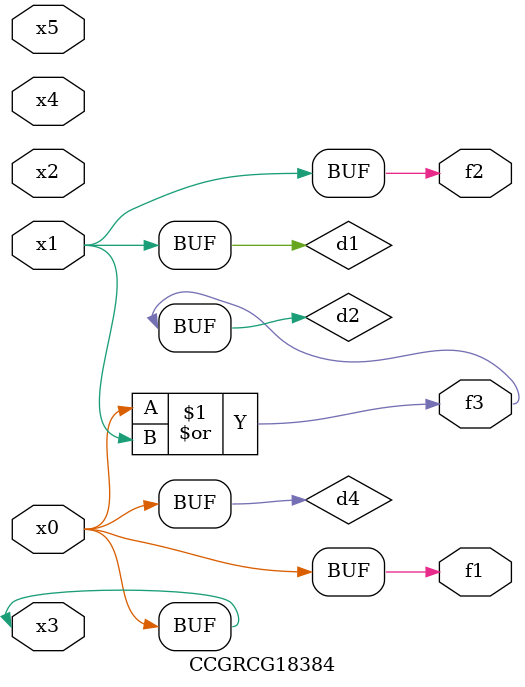
<source format=v>
module CCGRCG18384(
	input x0, x1, x2, x3, x4, x5,
	output f1, f2, f3
);

	wire d1, d2, d3, d4;

	and (d1, x1);
	or (d2, x0, x1);
	nand (d3, x0, x5);
	buf (d4, x0, x3);
	assign f1 = d4;
	assign f2 = d1;
	assign f3 = d2;
endmodule

</source>
